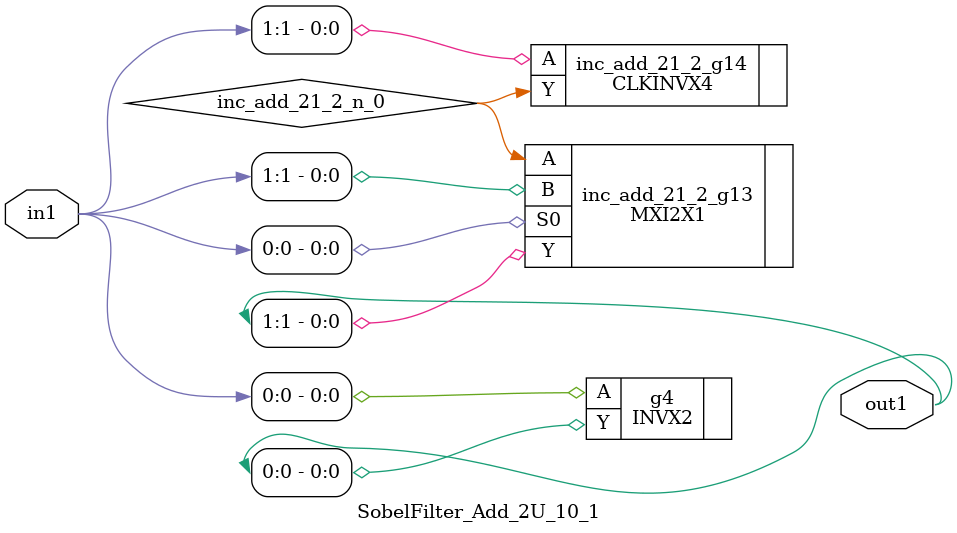
<source format=v>
`timescale 1ps / 1ps


module SobelFilter_Add_2U_10_1(in1, out1);
  input [1:0] in1;
  output [1:0] out1;
  wire [1:0] in1;
  wire [1:0] out1;
  wire inc_add_21_2_n_0;
  INVX2 g4(.A (in1[0]), .Y (out1[0]));
  MXI2X1 inc_add_21_2_g13(.A (inc_add_21_2_n_0), .B (in1[1]), .S0
       (in1[0]), .Y (out1[1]));
  CLKINVX4 inc_add_21_2_g14(.A (in1[1]), .Y (inc_add_21_2_n_0));
endmodule



</source>
